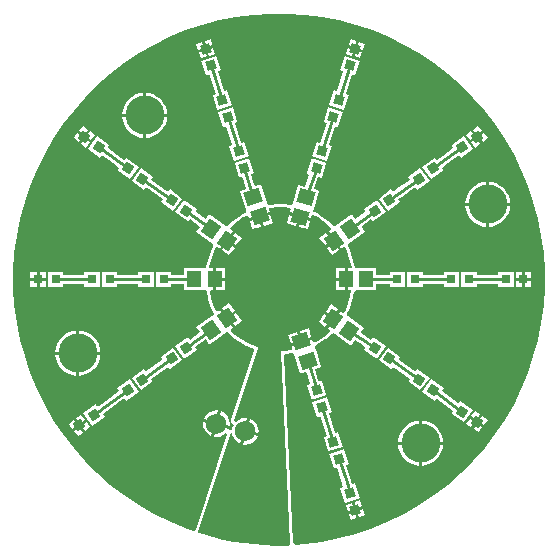
<source format=gtl>
G04 Layer_Physical_Order=1*
G04 Layer_Color=255*
%FSLAX25Y25*%
%MOIN*%
G70*
G01*
G75*
%ADD10R,0.03150X0.03150*%
%ADD11R,0.03150X0.03150*%
%ADD12R,0.03150X0.03150*%
%ADD13R,0.03150X0.03150*%
%ADD14P,0.04454X4X189.0*%
%ADD15P,0.04454X4X333.0*%
%ADD16P,0.04454X4X261.0*%
%ADD17P,0.04454X4X117.0*%
G04:AMPARAMS|DCode=18|XSize=53.15mil|YSize=47.24mil|CornerRadius=0mil|HoleSize=0mil|Usage=FLASHONLY|Rotation=198.000|XOffset=0mil|YOffset=0mil|HoleType=Round|Shape=Rectangle|*
%AMROTATEDRECTD18*
4,1,4,0.01797,0.03068,0.03257,-0.01425,-0.01797,-0.03068,-0.03257,0.01425,0.01797,0.03068,0.0*
%
%ADD18ROTATEDRECTD18*%

G04:AMPARAMS|DCode=19|XSize=53.15mil|YSize=47.24mil|CornerRadius=0mil|HoleSize=0mil|Usage=FLASHONLY|Rotation=126.000|XOffset=0mil|YOffset=0mil|HoleType=Round|Shape=Rectangle|*
%AMROTATEDRECTD19*
4,1,4,0.03473,-0.00762,-0.00349,-0.03538,-0.03473,0.00762,0.00349,0.03538,0.03473,-0.00762,0.0*
%
%ADD19ROTATEDRECTD19*%

%ADD20R,0.04724X0.05315*%
G04:AMPARAMS|DCode=21|XSize=53.15mil|YSize=47.24mil|CornerRadius=0mil|HoleSize=0mil|Usage=FLASHONLY|Rotation=54.000|XOffset=0mil|YOffset=0mil|HoleType=Round|Shape=Rectangle|*
%AMROTATEDRECTD21*
4,1,4,0.00349,-0.03538,-0.03473,-0.00762,-0.00349,0.03538,0.03473,0.00762,0.00349,-0.03538,0.0*
%
%ADD21ROTATEDRECTD21*%

G04:AMPARAMS|DCode=22|XSize=53.15mil|YSize=47.24mil|CornerRadius=0mil|HoleSize=0mil|Usage=FLASHONLY|Rotation=344.000|XOffset=0mil|YOffset=0mil|HoleType=Round|Shape=Rectangle|*
%AMROTATEDRECTD22*
4,1,4,-0.03206,-0.01538,-0.01903,0.03003,0.03206,0.01538,0.01903,-0.03003,-0.03206,-0.01538,0.0*
%
%ADD22ROTATEDRECTD22*%

%ADD23P,0.04454X4X370.6*%
%ADD24P,0.04454X4X333.0*%
%ADD25P,0.04454X4X333.0*%
%ADD26C,0.01000*%
%ADD27C,0.06890*%
%ADD28C,0.12992*%
G36*
X455187Y369203D02*
X460937Y368446D01*
X466626Y367315D01*
X472228Y365814D01*
X477720Y363949D01*
X483078Y361730D01*
X488280Y359165D01*
X493303Y356265D01*
X498125Y353043D01*
X502726Y349512D01*
X507087Y345688D01*
X511188Y341587D01*
X515012Y337226D01*
X518543Y332625D01*
X521765Y327803D01*
X524665Y322780D01*
X527230Y317578D01*
X529450Y312220D01*
X531314Y306728D01*
X532815Y301126D01*
X533946Y295437D01*
X534703Y289687D01*
X535083Y283900D01*
Y281000D01*
Y278100D01*
X534703Y272313D01*
X533946Y266563D01*
X532815Y260874D01*
X531314Y255272D01*
X529450Y249780D01*
X527230Y244422D01*
X524665Y239220D01*
X521765Y234197D01*
X518543Y229375D01*
X515012Y224774D01*
X511188Y220413D01*
X507087Y216312D01*
X502726Y212488D01*
X498125Y208957D01*
X493303Y205735D01*
X488280Y202835D01*
X483078Y200270D01*
X477720Y198050D01*
X472228Y196186D01*
X466626Y194685D01*
X460937Y193554D01*
X455187Y192797D01*
X451770Y192573D01*
X451653Y192633D01*
X451294Y193043D01*
X448190Y255650D01*
X448377Y256096D01*
X450664Y256330D01*
X450677Y256334D01*
X450691Y256333D01*
X450867Y256392D01*
X451044Y256447D01*
X451173Y256374D01*
X451483Y256122D01*
X451532Y255971D01*
X451532Y255971D01*
X453610Y249576D01*
X455221Y250100D01*
X455664Y249868D01*
X456837Y245963D01*
X455788Y245622D01*
X457379Y240724D01*
X462277Y242316D01*
X460685Y247213D01*
X460087Y247019D01*
X459644Y247251D01*
X458471Y251156D01*
X460567Y251836D01*
X458653Y257726D01*
X458498Y258202D01*
X458419Y258447D01*
X458419Y258448D01*
X458421Y258506D01*
X458477Y258669D01*
X458735Y259013D01*
X458773Y259039D01*
X458817Y259052D01*
X459890Y259630D01*
X459929Y259662D01*
X459975Y259681D01*
X461927Y260993D01*
X461963Y261028D01*
X462007Y261052D01*
X463822Y262548D01*
X463854Y262587D01*
X463896Y262615D01*
X464115Y262836D01*
X464136Y262867D01*
X464138Y262870D01*
X464169Y262894D01*
X464588Y263024D01*
X464762Y263020D01*
X464800Y263003D01*
X465107Y262780D01*
Y262780D01*
X470522Y258846D01*
X471857Y260683D01*
X474404Y258995D01*
X474404Y258995D01*
X475152Y258499D01*
X475241Y258007D01*
X474904Y257544D01*
X479070Y254517D01*
X482097Y258683D01*
X477931Y261710D01*
X477252Y260776D01*
X473957Y262960D01*
X473869Y263452D01*
X474821Y264764D01*
X469381Y268716D01*
D01*
X469146Y269114D01*
X469135Y269449D01*
X469145Y269476D01*
X469158Y269496D01*
X469170Y269510D01*
X469631Y270375D01*
X469645Y270423D01*
X469673Y270465D01*
X470571Y272639D01*
X470581Y272689D01*
X470605Y272733D01*
X471286Y274984D01*
X471291Y275034D01*
X471310Y275081D01*
X471642Y276758D01*
X471642Y276808D01*
X471657Y276856D01*
X471894Y277206D01*
X472024Y277310D01*
X472104Y277343D01*
X472260D01*
Y277343D01*
X478953D01*
Y279471D01*
X483362D01*
Y278425D01*
X488512D01*
Y283575D01*
X483362D01*
Y282529D01*
X478953D01*
Y284658D01*
X472228D01*
X471842Y284931D01*
X471698Y285144D01*
X471683Y285192D01*
Y285243D01*
X471306Y287139D01*
X471287Y287186D01*
X471282Y287236D01*
X470598Y289493D01*
X470574Y289537D01*
X470564Y289587D01*
X469662Y291765D01*
X469633Y291807D01*
X469619Y291856D01*
X469458Y292157D01*
X469447Y292170D01*
X469432Y292192D01*
X469422Y292217D01*
X469438Y292662D01*
X469500Y292819D01*
X469521Y292842D01*
X469617Y292912D01*
X469617Y292912D01*
X475032Y296846D01*
X473989Y298281D01*
X474067Y298775D01*
X477317Y301136D01*
X477931Y300290D01*
X482097Y303317D01*
X479070Y307483D01*
X474904Y304456D01*
X475311Y303896D01*
X475233Y303403D01*
X471983Y301042D01*
X470732Y302764D01*
X465292Y298811D01*
X464818Y298809D01*
X464600Y298877D01*
X464568Y298902D01*
X464546Y298936D01*
X463856Y299626D01*
X463814Y299654D01*
X463782Y299693D01*
X461959Y301189D01*
X461915Y301212D01*
X461879Y301248D01*
X459918Y302558D01*
X459872Y302577D01*
X459833Y302610D01*
X458339Y303408D01*
X458287Y303424D01*
X458241Y303454D01*
X457913Y303833D01*
X457887Y304019D01*
X457908Y304095D01*
X458037Y304542D01*
X459762Y310559D01*
X458357Y310962D01*
X458134Y311409D01*
X459567Y315150D01*
X460685Y314787D01*
X462277Y319684D01*
X457379Y321276D01*
X455788Y316378D01*
X456309Y316209D01*
X456524Y315758D01*
X455051Y311910D01*
X452730Y312575D01*
X451014Y306588D01*
X450903Y306201D01*
X450852Y306133D01*
X450798Y306081D01*
X450773Y306064D01*
X450323Y305909D01*
X450277Y305908D01*
X450232Y305922D01*
X448279Y306114D01*
X448229Y306109D01*
X448179Y306119D01*
X445821D01*
X445772Y306109D01*
X445721Y306114D01*
X443375Y305883D01*
X443326Y305869D01*
X443276D01*
X443116Y305837D01*
X443052Y305825D01*
X442637Y305988D01*
X442514Y306098D01*
X442507Y306112D01*
X442458Y306263D01*
X442458Y306263D01*
X440390Y312629D01*
X438759Y312099D01*
X438315Y312329D01*
X437177Y316042D01*
X438212Y316378D01*
X436621Y321276D01*
X431723Y319684D01*
X433315Y314787D01*
X433929Y314986D01*
X434372Y314756D01*
X435510Y311043D01*
X433433Y310368D01*
X435511Y303973D01*
X435511Y303973D01*
X435503Y303510D01*
X435266Y303192D01*
X435229Y303167D01*
X435185Y303154D01*
X434167Y302610D01*
X434128Y302577D01*
X434082Y302558D01*
X432121Y301248D01*
X432085Y301212D01*
X432041Y301189D01*
X430218Y299693D01*
X430186Y299654D01*
X430144Y299626D01*
X429454Y298936D01*
X429432Y298902D01*
X429400Y298877D01*
X429182Y298809D01*
X428708Y298811D01*
X428708Y298811D01*
X423268Y302764D01*
X422036Y301067D01*
X418776Y303413D01*
X418697Y303907D01*
X419096Y304456D01*
X414930Y307483D01*
X411903Y303317D01*
X416069Y300290D01*
X416690Y301145D01*
X419950Y298800D01*
X420029Y298306D01*
X418968Y296846D01*
X424383Y292912D01*
X424383Y292912D01*
X424479Y292842D01*
X424500Y292819D01*
X424562Y292662D01*
X424578Y292217D01*
X424568Y292192D01*
X424553Y292170D01*
X424542Y292157D01*
X424381Y291856D01*
X424367Y291807D01*
X424338Y291765D01*
X423436Y289587D01*
X423426Y289537D01*
X423403Y289493D01*
X422718Y287236D01*
X422713Y287186D01*
X422694Y287139D01*
X422317Y285243D01*
Y285192D01*
X422302Y285144D01*
X422095Y284837D01*
X421669Y284658D01*
X421669Y284658D01*
X421669Y284658D01*
X414945D01*
Y282529D01*
X410638Y282529D01*
Y283575D01*
X405488D01*
Y278425D01*
X410638D01*
Y279471D01*
X414945Y279471D01*
Y277343D01*
X421638D01*
Y277343D01*
X421950D01*
X422067Y277287D01*
X422338Y277055D01*
X422368Y276842D01*
X422358Y276736D01*
X422374Y276684D01*
X422375Y276630D01*
X422793Y274665D01*
X422814Y274615D01*
X422821Y274562D01*
X423599Y272167D01*
X423626Y272120D01*
X423638Y272067D01*
X424527Y270073D01*
X424546Y270046D01*
X424555Y270015D01*
X424648Y269899D01*
X424754Y269737D01*
X424688Y269443D01*
X424601Y269247D01*
X424024Y268828D01*
X418968Y265155D01*
X420219Y263433D01*
X416683Y260864D01*
X416069Y261710D01*
X411903Y258683D01*
X414930Y254517D01*
X419096Y257544D01*
X418481Y258389D01*
X422017Y260958D01*
X423268Y259237D01*
X428298Y262891D01*
X428682Y263171D01*
X428929Y263349D01*
X429057Y263373D01*
X429413Y263344D01*
X429561Y263191D01*
X429616Y263098D01*
X429659Y263066D01*
X429692Y263023D01*
X431212Y261656D01*
X431258Y261628D01*
X431295Y261589D01*
X433333Y260111D01*
X433382Y260088D01*
X433423Y260052D01*
X435605Y258796D01*
X435656Y258779D01*
X435700Y258748D01*
X438001Y257726D01*
X438215Y257273D01*
X430609Y233945D01*
X430595Y233832D01*
X430563Y233723D01*
X430572Y233636D01*
X430562Y233550D01*
X430593Y233440D01*
X430605Y233327D01*
X430646Y233251D01*
X430669Y233167D01*
X430740Y233078D01*
X430794Y232978D01*
X430862Y232923D01*
X430915Y232854D01*
X430968Y232825D01*
X431367Y232533D01*
X430919Y231451D01*
X430830Y230771D01*
X430422Y230809D01*
X430335Y230800D01*
X430249Y230810D01*
X430139Y230779D01*
X430070Y230772D01*
X429816Y230975D01*
X429756Y231033D01*
X429684Y231147D01*
X429728Y231253D01*
X425944Y232267D01*
X424930Y228483D01*
X425591Y228396D01*
X426751Y228549D01*
X427832Y228997D01*
X428682Y229649D01*
X428968Y229522D01*
X429122Y229384D01*
X418699Y197418D01*
X418268Y197125D01*
X418118Y197087D01*
X415280Y198050D01*
X409922Y200270D01*
X404720Y202835D01*
X399697Y205735D01*
X394875Y208957D01*
X390274Y212488D01*
X385913Y216312D01*
X381812Y220413D01*
X377988Y224774D01*
X374457Y229375D01*
X371235Y234197D01*
X368335Y239220D01*
X365770Y244422D01*
X363550Y249780D01*
X361686Y255272D01*
X360185Y260874D01*
X359054Y266563D01*
X358297Y272313D01*
X357917Y278100D01*
Y281000D01*
Y283900D01*
X358297Y289687D01*
X359054Y295437D01*
X360185Y301126D01*
X361686Y306728D01*
X363550Y312220D01*
X365770Y317578D01*
X368335Y322780D01*
X371235Y327803D01*
X374457Y332625D01*
X377988Y337226D01*
X381812Y341587D01*
X385913Y345688D01*
X390274Y349512D01*
X394875Y353043D01*
X399697Y356265D01*
X404720Y359165D01*
X409922Y361730D01*
X415280Y363949D01*
X420772Y365814D01*
X426374Y367315D01*
X432063Y368446D01*
X437813Y369203D01*
X443600Y369583D01*
X449400D01*
X455187Y369203D01*
D02*
G37*
G36*
X450132Y304907D02*
X450413Y304494D01*
X450097Y303390D01*
X453612Y302382D01*
X457128Y301374D01*
X457398Y302314D01*
X457858Y302509D01*
X459352Y301710D01*
X461312Y300400D01*
X463135Y298905D01*
X463825Y298215D01*
X463786Y297716D01*
X463002Y297147D01*
X465152Y294188D01*
X467302Y291229D01*
X468071Y291788D01*
X468558Y291676D01*
X468719Y291375D01*
X469622Y289197D01*
X470306Y286940D01*
X470683Y285044D01*
X470366Y284658D01*
X469398D01*
Y281000D01*
Y277343D01*
X470325D01*
X470642Y276956D01*
X470310Y275279D01*
X469629Y273028D01*
X468731Y270855D01*
X468270Y269990D01*
X467783Y269878D01*
X467091Y270380D01*
X464941Y267421D01*
X462791Y264462D01*
X463353Y264054D01*
X463393Y263556D01*
X463173Y263335D01*
X461359Y261839D01*
X459407Y260527D01*
X458334Y259950D01*
X457870Y260136D01*
X457614Y260924D01*
X454135Y259794D01*
X450657Y258664D01*
X450939Y257796D01*
X450733Y257443D01*
X450560Y257344D01*
X448273Y257110D01*
X447097Y257105D01*
X450287Y192761D01*
X449944Y192306D01*
X449813Y192244D01*
X449070Y192223D01*
X448242Y192208D01*
X447414Y192200D01*
X445252D01*
X441758Y192338D01*
X438273Y192612D01*
X434801Y193024D01*
X431348Y193571D01*
X427919Y194254D01*
X424520Y195071D01*
X421155Y196022D01*
X419829Y196453D01*
X419603Y196899D01*
X430328Y229794D01*
X430838Y229746D01*
X430919Y229131D01*
X431367Y228049D01*
X432080Y227121D01*
X433008Y226408D01*
X433624Y226153D01*
X434767Y230420D01*
X435910Y234687D01*
X435250Y234774D01*
X434090Y234622D01*
X433008Y234174D01*
X432080Y233461D01*
X432027Y233393D01*
X431578Y233629D01*
X439458Y257795D01*
X439613Y258270D01*
X439613D01*
X439137Y258424D01*
X438415Y258658D01*
X436114Y259679D01*
X433932Y260936D01*
X431894Y262414D01*
X430373Y263781D01*
X430407Y264423D01*
X430998Y264853D01*
X428848Y267812D01*
X426698Y270771D01*
X426053Y270302D01*
X425458Y270488D01*
X424569Y272483D01*
X423790Y274877D01*
X423372Y276842D01*
X423777Y277343D01*
X424500D01*
Y281000D01*
Y284658D01*
X423634D01*
X423317Y285044D01*
X423694Y286940D01*
X424378Y289197D01*
X425281Y291375D01*
X425442Y291676D01*
X425929Y291788D01*
X426698Y291229D01*
X428848Y294188D01*
X430998Y297147D01*
X430214Y297716D01*
X430175Y298215D01*
X430865Y298905D01*
X432688Y300400D01*
X434648Y301710D01*
X435666Y302255D01*
X436130Y302068D01*
X436385Y301281D01*
X439864Y302411D01*
X443342Y303541D01*
X443062Y304405D01*
X443314Y304837D01*
X443475Y304869D01*
X445821Y305100D01*
X448179D01*
X450132Y304907D01*
D02*
G37*
%LPC*%
G36*
X379902Y263881D02*
Y256898D01*
X386885D01*
X386789Y257867D01*
X386361Y259280D01*
X385665Y260582D01*
X384728Y261724D01*
X383586Y262661D01*
X382284Y263357D01*
X380871Y263785D01*
X379902Y263881D01*
D02*
G37*
G36*
X378902D02*
X377932Y263785D01*
X376519Y263357D01*
X375217Y262661D01*
X374075Y261724D01*
X373139Y260582D01*
X372443Y259280D01*
X372014Y257867D01*
X371919Y256898D01*
X378902D01*
Y263881D01*
D02*
G37*
G36*
X482709Y258239D02*
X479682Y254073D01*
X483848Y251046D01*
X484462Y251891D01*
X490081Y247809D01*
X489466Y246964D01*
X493633Y243937D01*
X496660Y248103D01*
X492493Y251130D01*
X491879Y250284D01*
X491120Y250836D01*
X486260Y254366D01*
X486875Y255212D01*
X482709Y258239D01*
D02*
G37*
G36*
X396729Y247659D02*
X392563Y244632D01*
X393177Y243786D01*
X387402Y239590D01*
X387402Y239590D01*
X385941Y238528D01*
X385326Y239374D01*
X381160Y236347D01*
X384187Y232181D01*
X388353Y235208D01*
X387739Y236054D01*
X389199Y237115D01*
X394975Y241311D01*
X395590Y240466D01*
X399756Y243493D01*
X396729Y247659D01*
D02*
G37*
G36*
X378902Y255898D02*
X371919D01*
X372014Y254928D01*
X372443Y253515D01*
X373139Y252213D01*
X374075Y251072D01*
X375217Y250135D01*
X376519Y249439D01*
X377932Y249010D01*
X378902Y248915D01*
Y255898D01*
D02*
G37*
G36*
X411291Y258239D02*
X407125Y255212D01*
X407740Y254366D01*
X404083Y251710D01*
X402121Y250284D01*
X401507Y251130D01*
X397340Y248103D01*
X400367Y243937D01*
X404533Y246964D01*
X403919Y247809D01*
X405881Y249235D01*
X409538Y251891D01*
X410152Y251046D01*
X414318Y254073D01*
X411291Y258239D01*
D02*
G37*
G36*
X386885Y255898D02*
X379902D01*
Y248915D01*
X380871Y249010D01*
X382284Y249439D01*
X383586Y250135D01*
X384728Y251072D01*
X385665Y252213D01*
X386361Y253515D01*
X386789Y254928D01*
X386885Y255898D01*
D02*
G37*
G36*
X494417Y283575D02*
X489268D01*
Y278425D01*
X494417D01*
Y279471D01*
X501362D01*
Y278425D01*
X506512D01*
Y283575D01*
X501362D01*
Y282529D01*
X494417D01*
Y283575D01*
D02*
G37*
G36*
X368732Y280500D02*
X366657D01*
Y278425D01*
X368732D01*
Y280500D01*
D02*
G37*
G36*
X365657D02*
X363583D01*
Y278425D01*
X365657D01*
Y280500D01*
D02*
G37*
G36*
X528484D02*
Y278425D01*
X530559D01*
Y280500D01*
X528484D01*
D02*
G37*
G36*
X525410D02*
Y278425D01*
X527484D01*
Y280500D01*
X525410D01*
D02*
G37*
G36*
X512417Y283575D02*
X507268D01*
Y278425D01*
X512417D01*
Y279471D01*
X519504D01*
Y278425D01*
X524654D01*
Y283575D01*
X519504D01*
Y282529D01*
X512417D01*
Y283575D01*
D02*
G37*
G36*
X462510Y241597D02*
X457613Y240005D01*
X459204Y235108D01*
X460198Y235431D01*
X462344Y228826D01*
X461350Y228503D01*
X462941Y223605D01*
X467839Y225197D01*
X466248Y230094D01*
X465253Y229771D01*
X463107Y236376D01*
X464102Y236699D01*
X462510Y241597D01*
D02*
G37*
G36*
X501152Y225890D02*
X494169D01*
Y218907D01*
X495139Y219002D01*
X496552Y219431D01*
X497854Y220127D01*
X498995Y221064D01*
X499932Y222205D01*
X500628Y223507D01*
X501057Y224920D01*
X501152Y225890D01*
D02*
G37*
G36*
X379868Y231608D02*
X378190Y230388D01*
X379409Y228710D01*
X381088Y229929D01*
X379868Y231608D01*
D02*
G37*
G36*
X494169Y233873D02*
Y226890D01*
X501152D01*
X501057Y227859D01*
X500628Y229272D01*
X499932Y230574D01*
X498995Y231716D01*
X497854Y232653D01*
X496552Y233349D01*
X495139Y233777D01*
X494169Y233873D01*
D02*
G37*
G36*
X493169D02*
X492200Y233777D01*
X490787Y233349D01*
X489485Y232653D01*
X488343Y231716D01*
X487406Y230574D01*
X486710Y229272D01*
X486282Y227859D01*
X486186Y226890D01*
X493169D01*
Y233873D01*
D02*
G37*
G36*
X470711Y206409D02*
X468737Y205767D01*
X469378Y203794D01*
X471352Y204435D01*
X470711Y206409D01*
D02*
G37*
G36*
X474585Y204434D02*
X472612Y203793D01*
X473253Y201820D01*
X475226Y202461D01*
X474585Y204434D01*
D02*
G37*
G36*
X471661Y203484D02*
X469687Y202843D01*
X470329Y200870D01*
X472302Y201511D01*
X471661Y203484D01*
D02*
G37*
G36*
X493169Y225890D02*
X486186D01*
X486282Y224920D01*
X486710Y223507D01*
X487406Y222205D01*
X488343Y221064D01*
X489485Y220127D01*
X490787Y219431D01*
X492200Y219002D01*
X493169Y218907D01*
Y225890D01*
D02*
G37*
G36*
X468073Y224478D02*
X463175Y222886D01*
X464766Y217989D01*
X465761Y218312D01*
X467533Y212857D01*
X467907Y211707D01*
X466912Y211384D01*
X468504Y206486D01*
X473401Y208078D01*
X471810Y212975D01*
X470816Y212652D01*
X470442Y213802D01*
X470442Y213802D01*
X468670Y219257D01*
X469664Y219580D01*
X468073Y224478D01*
D02*
G37*
G36*
X473635Y207359D02*
X471662Y206717D01*
X472303Y204744D01*
X474276Y205385D01*
X473635Y207359D01*
D02*
G37*
G36*
X380549Y235903D02*
X378870Y234683D01*
X380090Y233005D01*
X381768Y234224D01*
X380549Y235903D01*
D02*
G37*
G36*
X514317Y235387D02*
X513144Y233676D01*
X514855Y232503D01*
X516028Y234214D01*
X514317Y235387D01*
D02*
G37*
G36*
X427217Y237017D02*
X426203Y233233D01*
X429987Y232219D01*
X430074Y232879D01*
X429921Y234039D01*
X429473Y235121D01*
X428761Y236049D01*
X427832Y236762D01*
X427217Y237017D01*
D02*
G37*
G36*
X511781Y237126D02*
X510608Y235415D01*
X512319Y234242D01*
X513492Y235953D01*
X511781Y237126D01*
D02*
G37*
G36*
X425591Y237362D02*
X424430Y237210D01*
X423349Y236762D01*
X422420Y236049D01*
X421708Y235121D01*
X421453Y234505D01*
X425237Y233491D01*
X426251Y237276D01*
X425591Y237362D01*
D02*
G37*
G36*
X497271Y247659D02*
X494244Y243493D01*
X498410Y240466D01*
X498806Y241010D01*
X499300Y241087D01*
X504639Y237153D01*
X503999Y236219D01*
X508246Y233307D01*
X511158Y237554D01*
X506911Y240466D01*
X506573Y239973D01*
X506080Y239890D01*
X500812Y243772D01*
X501437Y244632D01*
X497271Y247659D01*
D02*
G37*
G36*
X512578Y232852D02*
X511405Y231140D01*
X513116Y229967D01*
X514290Y231678D01*
X512578Y232852D01*
D02*
G37*
G36*
X421194Y233540D02*
X421107Y232879D01*
X421260Y231719D01*
X421708Y230638D01*
X422420Y229709D01*
X423349Y228997D01*
X423964Y228742D01*
X424978Y232526D01*
X421194Y233540D01*
D02*
G37*
G36*
X510042Y234590D02*
X508869Y232879D01*
X510580Y231706D01*
X511754Y233417D01*
X510042Y234590D01*
D02*
G37*
G36*
X378061Y234096D02*
X376382Y232876D01*
X377602Y231197D01*
X379281Y232417D01*
X378061Y234096D01*
D02*
G37*
G36*
X382356Y233415D02*
X380677Y232196D01*
X381897Y230517D01*
X383576Y231737D01*
X382356Y233415D01*
D02*
G37*
G36*
X530559Y283575D02*
X528484D01*
Y281500D01*
X530559D01*
Y283575D01*
D02*
G37*
G36*
X409203Y335150D02*
X402220D01*
Y328167D01*
X403190Y328262D01*
X404603Y328691D01*
X405905Y329387D01*
X407047Y330324D01*
X407983Y331465D01*
X408679Y332767D01*
X409108Y334180D01*
X409203Y335150D01*
D02*
G37*
G36*
X401221D02*
X394237D01*
X394333Y334180D01*
X394761Y332767D01*
X395458Y331465D01*
X396394Y330324D01*
X397536Y329387D01*
X398838Y328691D01*
X400251Y328262D01*
X401221Y328167D01*
Y335150D01*
D02*
G37*
G36*
X381027Y332115D02*
X379808Y330436D01*
X381486Y329216D01*
X382706Y330895D01*
X381027Y332115D01*
D02*
G37*
G36*
X462941Y338395D02*
X461350Y333497D01*
X462344Y333174D01*
X460198Y326569D01*
X459204Y326892D01*
X457613Y321995D01*
X462510Y320403D01*
X464102Y325301D01*
X463107Y325624D01*
X465253Y332229D01*
X466248Y331906D01*
X467839Y336804D01*
X462941Y338395D01*
D02*
G37*
G36*
X512973Y332115D02*
X511294Y330895D01*
X512514Y329216D01*
X514192Y330436D01*
X512973Y332115D01*
D02*
G37*
G36*
X510485Y330307D02*
X508807Y329088D01*
X510026Y327409D01*
X511705Y328629D01*
X510485Y330307D01*
D02*
G37*
G36*
X512292Y327820D02*
X510614Y326600D01*
X511833Y324922D01*
X513512Y326141D01*
X512292Y327820D01*
D02*
G37*
G36*
X381708Y327820D02*
X380488Y326141D01*
X382167Y324922D01*
X383386Y326600D01*
X381708Y327820D01*
D02*
G37*
G36*
X379220Y329627D02*
X378000Y327948D01*
X379679Y326729D01*
X380899Y328407D01*
X379220Y329627D01*
D02*
G37*
G36*
X383515Y330307D02*
X382295Y328629D01*
X383974Y327409D01*
X385193Y329088D01*
X383515Y330307D01*
D02*
G37*
G36*
X514780Y329627D02*
X513101Y328407D01*
X514321Y326729D01*
X515999Y327948D01*
X514780Y329627D01*
D02*
G37*
G36*
X401221Y343133D02*
X400251Y343037D01*
X398838Y342609D01*
X397536Y341913D01*
X396394Y340976D01*
X395458Y339834D01*
X394761Y338532D01*
X394333Y337119D01*
X394237Y336150D01*
X401221D01*
Y343133D01*
D02*
G37*
G36*
X473253Y360180D02*
X472612Y358207D01*
X474585Y357566D01*
X475226Y359539D01*
X473253Y360180D01*
D02*
G37*
G36*
X424622Y358206D02*
X422648Y357565D01*
X423289Y355592D01*
X425263Y356233D01*
X424622Y358206D01*
D02*
G37*
G36*
X420747Y360180D02*
X418774Y359539D01*
X419415Y357566D01*
X421388Y358207D01*
X420747Y360180D01*
D02*
G37*
G36*
X423671Y361130D02*
X421698Y360489D01*
X422339Y358516D01*
X424313Y359157D01*
X423671Y361130D01*
D02*
G37*
G36*
X470329D02*
X469687Y359157D01*
X471661Y358516D01*
X472302Y360489D01*
X470329Y361130D01*
D02*
G37*
G36*
X469378Y358206D02*
X468737Y356233D01*
X470711Y355592D01*
X471352Y357565D01*
X469378Y358206D01*
D02*
G37*
G36*
X425496Y355514D02*
X420599Y353923D01*
X422190Y349025D01*
X423184Y349348D01*
X425330Y342743D01*
X424336Y342420D01*
X425927Y337522D01*
X430825Y339114D01*
X429234Y344011D01*
X428239Y343688D01*
X426093Y350293D01*
X427088Y350616D01*
X425496Y355514D01*
D02*
G37*
G36*
X402220Y343133D02*
Y336150D01*
X409203D01*
X409108Y337119D01*
X408679Y338532D01*
X407983Y339834D01*
X407047Y340976D01*
X405905Y341913D01*
X404603Y342609D01*
X403190Y343037D01*
X402220Y343133D01*
D02*
G37*
G36*
X468504Y355514D02*
X466912Y350616D01*
X467907Y350293D01*
X465761Y343688D01*
X464766Y344011D01*
X463175Y339114D01*
X468073Y337522D01*
X469664Y342420D01*
X468670Y342743D01*
X470816Y349348D01*
X471810Y349025D01*
X473401Y353923D01*
X468504Y355514D01*
D02*
G37*
G36*
X472303Y357256D02*
X471662Y355282D01*
X473635Y354641D01*
X474276Y356615D01*
X472303Y357256D01*
D02*
G37*
G36*
X421697Y357256D02*
X419724Y356615D01*
X420365Y354641D01*
X422338Y355282D01*
X421697Y357256D01*
D02*
G37*
G36*
X404732Y283575D02*
X399583D01*
Y282529D01*
X392638D01*
Y283575D01*
X387488D01*
Y278425D01*
X392638D01*
Y279471D01*
X399583D01*
Y278425D01*
X404732D01*
Y283575D01*
D02*
G37*
G36*
X365657D02*
X363583D01*
Y281500D01*
X365657D01*
Y283575D01*
D02*
G37*
G36*
X368732D02*
X366657D01*
Y281500D01*
X368732D01*
Y283575D01*
D02*
G37*
G36*
X386732D02*
X381583D01*
Y282529D01*
X374638D01*
Y283575D01*
X369488D01*
Y278425D01*
X374638D01*
Y279471D01*
X381583D01*
Y278425D01*
X386732D01*
Y283575D01*
D02*
G37*
G36*
X527484D02*
X525410D01*
Y281500D01*
X527484D01*
Y283575D01*
D02*
G37*
G36*
X493633Y318063D02*
X489466Y315036D01*
X490081Y314191D01*
X485639Y310963D01*
X484462Y310108D01*
X483848Y310954D01*
X479682Y307927D01*
X482709Y303761D01*
X486875Y306788D01*
X486260Y307634D01*
X487437Y308489D01*
X491879Y311716D01*
X492493Y310870D01*
X496660Y313897D01*
X493633Y318063D01*
D02*
G37*
G36*
X516543Y313463D02*
Y306480D01*
X523526D01*
X523431Y307450D01*
X523002Y308863D01*
X522306Y310165D01*
X521370Y311307D01*
X520228Y312243D01*
X518926Y312939D01*
X517513Y313368D01*
X516543Y313463D01*
D02*
G37*
G36*
X385805Y328643D02*
X382778Y324477D01*
X386944Y321450D01*
X387559Y322296D01*
X392047Y319035D01*
X392047Y319035D01*
X393177Y318214D01*
X392563Y317368D01*
X396729Y314341D01*
X399756Y318508D01*
X395590Y321534D01*
X394975Y320689D01*
X393845Y321510D01*
X393845Y321510D01*
X389357Y324771D01*
X389971Y325617D01*
X385805Y328643D01*
D02*
G37*
G36*
X508195D02*
X504029Y325617D01*
X504643Y324771D01*
X501063Y322170D01*
X501063Y322170D01*
X499025Y320689D01*
X498410Y321534D01*
X494244Y318508D01*
X497271Y314341D01*
X501437Y317368D01*
X500823Y318214D01*
X502861Y319695D01*
X506441Y322296D01*
X507056Y321450D01*
X511222Y324477D01*
X508195Y328643D01*
D02*
G37*
G36*
X431059Y338395D02*
X426161Y336803D01*
X427752Y331906D01*
X428747Y332229D01*
X430893Y325624D01*
X429899Y325301D01*
X431490Y320403D01*
X436387Y321995D01*
X434796Y326892D01*
X433802Y326569D01*
X431656Y333174D01*
X432650Y333497D01*
X431059Y338395D01*
D02*
G37*
G36*
X515543Y313463D02*
X514574Y313368D01*
X513161Y312939D01*
X511859Y312243D01*
X510717Y311307D01*
X509780Y310165D01*
X509084Y308863D01*
X508656Y307450D01*
X508560Y306480D01*
X515543D01*
Y313463D01*
D02*
G37*
G36*
X523526Y305480D02*
X516543D01*
Y298497D01*
X517513Y298593D01*
X518926Y299021D01*
X520228Y299717D01*
X521370Y300654D01*
X522306Y301796D01*
X523002Y303098D01*
X523431Y304511D01*
X523526Y305480D01*
D02*
G37*
G36*
X515543D02*
X508560D01*
X508656Y304511D01*
X509084Y303098D01*
X509780Y301796D01*
X510717Y300654D01*
X511859Y299717D01*
X513161Y299021D01*
X514574Y298593D01*
X515543Y298497D01*
Y305480D01*
D02*
G37*
G36*
X400367Y318063D02*
X397340Y313897D01*
X401507Y310870D01*
X402121Y311716D01*
X407740Y307634D01*
X407125Y306788D01*
X411291Y303761D01*
X414318Y307927D01*
X410152Y310954D01*
X409538Y310108D01*
X403919Y314191D01*
X404533Y315036D01*
X400367Y318063D01*
D02*
G37*
G36*
X452466Y263312D02*
X449463Y262337D01*
X450348Y259615D01*
X453351Y260590D01*
X452466Y263312D01*
D02*
G37*
G36*
X461523Y269287D02*
X459667Y266732D01*
X461982Y265050D01*
X463838Y267604D01*
X461523Y269287D01*
D02*
G37*
G36*
X456420Y264597D02*
X453417Y263621D01*
X454302Y260899D01*
X457305Y261875D01*
X456420Y264597D01*
D02*
G37*
G36*
X428362Y284658D02*
X425500D01*
Y281500D01*
X428362D01*
Y284658D01*
D02*
G37*
G36*
X429823Y273041D02*
X427507Y271359D01*
X429363Y268804D01*
X431679Y270486D01*
X429823Y273041D01*
D02*
G37*
G36*
X463967Y272650D02*
X462111Y270096D01*
X464426Y268413D01*
X466282Y270968D01*
X463967Y272650D01*
D02*
G37*
G36*
X432267Y269677D02*
X429951Y267995D01*
X431807Y265441D01*
X434123Y267123D01*
X432267Y269677D01*
D02*
G37*
G36*
X468398Y280500D02*
X465535D01*
Y277343D01*
X468398D01*
Y280500D01*
D02*
G37*
G36*
X428362Y280500D02*
X425500D01*
Y277343D01*
X428362D01*
Y280500D01*
D02*
G37*
G36*
X435603Y229679D02*
X434589Y225895D01*
X435250Y225808D01*
X436410Y225960D01*
X437492Y226408D01*
X438420Y227121D01*
X439132Y228049D01*
X439387Y228665D01*
X435603Y229679D01*
D02*
G37*
G36*
X436876Y234429D02*
X435862Y230645D01*
X439646Y229631D01*
X439733Y230291D01*
X439580Y231451D01*
X439132Y232533D01*
X438420Y233461D01*
X437492Y234174D01*
X436876Y234429D01*
D02*
G37*
G36*
X464637Y293196D02*
X462321Y291513D01*
X464177Y288959D01*
X466493Y290641D01*
X464637Y293196D01*
D02*
G37*
G36*
X429363Y293196D02*
X427507Y290641D01*
X429823Y288959D01*
X431679Y291513D01*
X429363Y293196D01*
D02*
G37*
G36*
X431807Y296559D02*
X429951Y294005D01*
X432267Y292322D01*
X434123Y294877D01*
X431807Y296559D01*
D02*
G37*
G36*
X439697Y301306D02*
X436694Y300330D01*
X437579Y297608D01*
X440582Y298583D01*
X439697Y301306D01*
D02*
G37*
G36*
X462193Y296559D02*
X459877Y294877D01*
X461733Y292322D01*
X464049Y294005D01*
X462193Y296559D01*
D02*
G37*
G36*
X468398Y284658D02*
X465535D01*
Y281500D01*
X468398D01*
Y284658D01*
D02*
G37*
G36*
X453817Y301283D02*
X453028Y298532D01*
X456064Y297661D01*
X456852Y300413D01*
X453817Y301283D01*
D02*
G37*
G36*
X449821Y302429D02*
X449032Y299677D01*
X452067Y298807D01*
X452856Y301558D01*
X449821Y302429D01*
D02*
G37*
G36*
X443651Y302590D02*
X440648Y301614D01*
X441533Y298892D01*
X444536Y299868D01*
X443651Y302590D01*
D02*
G37*
%LPD*%
D10*
X522079Y281000D02*
D03*
X402157Y281000D02*
D03*
X408063Y281000D02*
D03*
X390063Y281000D02*
D03*
X384157D02*
D03*
X366158D02*
D03*
X372063D02*
D03*
D11*
X527984D02*
D03*
D12*
X509842Y281000D02*
D03*
X503937Y281000D02*
D03*
D13*
X485937Y281000D02*
D03*
X491843Y281000D02*
D03*
D14*
X386375Y325047D02*
D03*
X381597Y328518D02*
D03*
X396159Y317938D02*
D03*
X400937Y314467D02*
D03*
X415499Y303887D02*
D03*
X410722Y307358D02*
D03*
X493063Y247533D02*
D03*
X497841Y244062D02*
D03*
X483278Y254642D02*
D03*
X478501Y258113D02*
D03*
D15*
X466419Y221233D02*
D03*
X464595Y226850D02*
D03*
X422018Y357886D02*
D03*
X423843Y352269D02*
D03*
X429405Y335150D02*
D03*
X427581Y340767D02*
D03*
X433143Y323648D02*
D03*
X434968Y318031D02*
D03*
D16*
X415499Y258113D02*
D03*
X410722Y254642D02*
D03*
X396159Y244062D02*
D03*
X400937Y247533D02*
D03*
X384757Y235777D02*
D03*
X379979Y232306D02*
D03*
X512403Y328518D02*
D03*
X507625Y325047D02*
D03*
X493063Y314467D02*
D03*
X497841Y317938D02*
D03*
X483278Y307358D02*
D03*
X478501Y303887D02*
D03*
D17*
X466419Y340767D02*
D03*
X464595Y335150D02*
D03*
X470157Y352269D02*
D03*
X471982Y357886D02*
D03*
X459032Y318031D02*
D03*
X460857Y323648D02*
D03*
D18*
X453981Y260269D02*
D03*
X456049Y253904D02*
D03*
X437950Y308301D02*
D03*
X440018Y301936D02*
D03*
D19*
X429253Y268106D02*
D03*
X423838Y264172D02*
D03*
X470162Y297828D02*
D03*
X464747Y293894D02*
D03*
D20*
X468898Y281000D02*
D03*
X475591Y281000D02*
D03*
X418307Y281000D02*
D03*
X425000Y281000D02*
D03*
D21*
X429253Y293894D02*
D03*
X423838Y297828D02*
D03*
X469951Y263781D02*
D03*
X464537Y267715D02*
D03*
D22*
X453475Y301901D02*
D03*
X455319Y308335D02*
D03*
D23*
X512449Y233547D02*
D03*
X507578Y236886D02*
D03*
D24*
X459032Y243969D02*
D03*
X460857Y238352D02*
D03*
D25*
X470157Y209731D02*
D03*
X471982Y204114D02*
D03*
D26*
X477439Y258817D02*
X478501Y258113D01*
X475249Y260269D02*
X477439Y258817D01*
X469951Y263781D02*
X475249Y260269D01*
X491091Y248966D02*
X493063Y247533D01*
X490221Y249598D02*
X491091Y248966D01*
X483278Y254642D02*
X490221Y249598D01*
X507570Y236892D02*
X507578Y236886D01*
X497841Y244062D02*
X507570Y236892D01*
X456049Y253904D02*
X459032Y243969D01*
X460857Y238352D02*
X464595Y226850D01*
X466419Y221233D02*
X468988Y213330D01*
X470157Y209731D01*
X388300Y238352D02*
X396159Y244062D01*
X384757Y235777D02*
X388300Y238352D01*
X404982Y250472D02*
X410722Y254642D01*
X400937Y247533D02*
X404982Y250472D01*
X418467Y260269D02*
X423838Y264172D01*
X416807Y259064D02*
X418467Y260269D01*
X415499Y258113D02*
X416807Y259064D01*
X390063Y281000D02*
X402157D01*
X408063Y281000D02*
X418307Y281000D01*
X415499Y303887D02*
X423631Y298036D01*
X400937Y314467D02*
X410722Y307358D01*
X392946Y320273D02*
X396159Y317938D01*
X386375Y325047D02*
X392946Y320273D01*
X423843Y352269D02*
X427581Y340767D01*
X429405Y335150D02*
X433143Y323648D01*
X434968Y318031D02*
X437579Y309511D01*
X437950Y308301D01*
X466419Y340767D02*
X470157Y352269D01*
X460857Y323648D02*
X464595Y335150D01*
X455319Y308335D02*
X459032Y318031D01*
X501962Y320932D02*
X507625Y325047D01*
X497841Y317938D02*
X501962Y320932D01*
X486538Y309726D02*
X493063Y314467D01*
X483278Y307358D02*
X486538Y309726D01*
X470162Y297828D02*
X478501Y303887D01*
X372063Y281000D02*
X384157D01*
X408063Y281000D02*
X408063Y281000D01*
X522079Y281000D02*
X522079Y281000D01*
X509842Y281000D02*
X522079D01*
X491843Y281000D02*
X503937D01*
X491843Y281000D02*
X491843Y281000D01*
X485937D02*
X485937Y281000D01*
X475591Y281000D02*
X485937D01*
X423631Y298036D02*
X423838Y297828D01*
D27*
X435250Y230291D02*
D03*
X425591Y232879D02*
D03*
D28*
X379402Y256398D02*
D03*
X493669Y226390D02*
D03*
X516043Y305980D02*
D03*
X401721Y335650D02*
D03*
M02*

</source>
